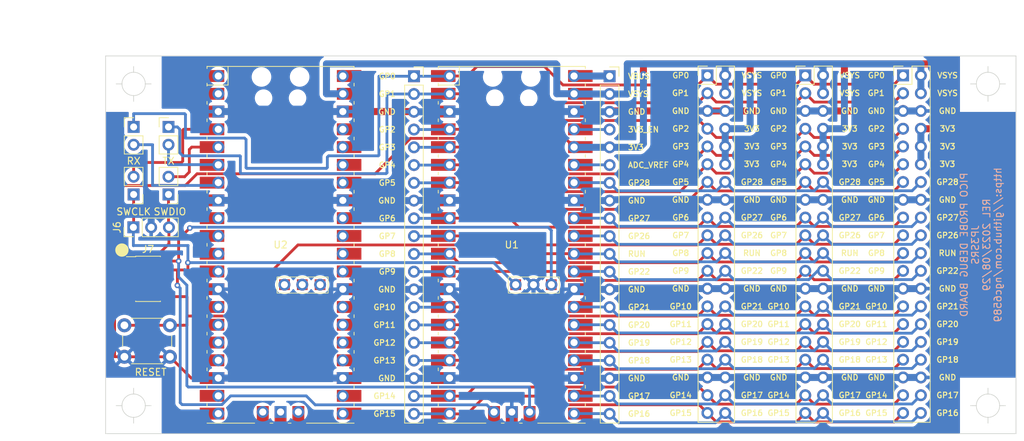
<source format=kicad_pcb>
(kicad_pcb (version 20221018) (generator pcbnew)
  (layers (0 "F.Cu" signal) (31 "B.Cu" signal) (34 "B.Paste" user) (35 "F.Paste" user) (36 "B.SilkS" user "B.Silkscreen") (37 "F.SilkS" user "F.Silkscreen") (38 "B.Mask" user) (39 "F.Mask" user) (44 "Edge.Cuts" user))
  (net 0 "")
  (net 1 "/GP0")
  (net 2 "/GP1")
  (net 3 "GND")
  (net 4 "/GP2")
  (net 5 "/GP3")
  (net 6 "/GP4")
  (net 7 "/GP5")
  (net 8 "/GP6")
  (net 9 "/GP7")
  (net 10 "/GP8")
  (net 11 "/GP9")
  (net 12 "/GP10")
  (net 13 "/GP11")
  (net 14 "/GP12")
  (net 15 "/GP13")
  (net 16 "/GP14")
  (net 17 "/GP15")
  (net 18 "/GP16")
  (net 19 "/GP17")
  (net 20 "/GP18")
  (net 21 "/GP19")
  (net 22 "/GP20")
  (net 23 "/GP21")
  (net 24 "/GP22")
  (net 25 "/3V3")
  (net 26 "/GP26")
  (net 27 "/GP27")
  (net 28 "/GP28")
  (net 29 "/3V3_EN")
  (net 30 "/ADC_VREF")
  (net 31 "/RUN")
  (net 32 "Net-(J6-Pin_1)")
  (net 33 "Net-(J6-Pin_3)")
  (net 34 "Net-(JP1-B)")
  (net 35 "Net-(JP2-B)")
  (net 36 "Net-(JP3-B)")
  (net 37 "Net-(JP4-B)")
  (net 64 "/VBUS")
  (net 65 "/VSYS")
  (footprint "MountingHole:MountingHole_3.2mm_M3" (layer "F.Cu") (at 73 59)
    (fp_text reference "H2" hide)
    (fp_text value "MountingHole")
  )
  (footprint "Connector_PinHeader_2.54mm:PinHeader_1x02_P2.54mm_Vertical" (layer "F.Cu") (at 73 74.803 180)
    (fp_text reference "JP3" hide)
    (fp_text value "SWCLK")
  )
  (footprint "Connector_PinHeader_1.27mm:PinHeader_2x05_P1.27mm_Vertical_SMD" (layer "F.Cu") (at 75.057 86.868)
    (fp_text reference "J7")
    (fp_text value "9-pin Cortex-M")
  )
  (footprint "_LocalLibraries:leftHeader" (layer "F.Cu") (at 113.03 57.9)
    (fp_text reference "J4" hide)
    (fp_text value "Conn_01x20")
  )
  (footprint "Connector_PinHeader_2.54mm:PinHeader_1x02_P2.54mm_Vertical" (layer "F.Cu") (at 77.978 65.151)
    (fp_text reference "JP1" hide)
    (fp_text value "TX")
  )
  (footprint "_LocalLibraries:dualHeader" (layer "F.Cu") (at 182.875 57.785)
    (fp_text reference "J1" hide)
    (fp_text value "EXT1")
  )
  (footprint "_LocalLibraries:RPi_Pico_SMD_TH" (layer "F.Cu") (at 127 82)
    (fp_text reference "U1")
    (fp_text value "Pico")
  )
  (footprint "Connector_PinHeader_2.54mm:PinHeader_1x02_P2.54mm_Vertical" (layer "F.Cu") (at 77.978 74.803 180)
    (fp_text reference "JP4" hide)
    (fp_text value "SWDIO")
  )
  (footprint "Button_Switch_THT:SW_PUSH_6mm" (layer "F.Cu") (at 71.68 93.508)
    (fp_text reference "SW1" hide)
    (fp_text value "RESET")
  )
  (footprint "_LocalLibraries:dualHeader" (layer "F.Cu") (at 168.91 57.785)
    (fp_text reference "J2" hide)
    (fp_text value "EXT1")
  )
  (footprint "MountingHole:MountingHole_3.2mm_M3" (layer "F.Cu") (at 195 105)
    (fp_text reference "H4" hide)
    (fp_text value "MountingHole")
  )
  (footprint "Connector_PinHeader_2.54mm:PinHeader_1x03_P2.54mm_Vertical" (layer "F.Cu") (at 72.96 79.502 90)
    (fp_text reference "J6")
    (fp_text value "Conn_01x03_Pin")
  )
  (footprint "_LocalLibraries:dualHeader" (layer "F.Cu") (at 154.935 57.785)
    (fp_text reference "J3" hide)
    (fp_text value "EXT1")
  )
  (footprint "Connector_PinHeader_2.54mm:PinHeader_1x02_P2.54mm_Vertical" (layer "F.Cu") (at 73 65.151)
    (fp_text reference "JP2" hide)
    (fp_text value "RX")
  )
  (footprint "_LocalLibraries:rightHeader" (layer "F.Cu") (at 140.97 57.9)
    (fp_text reference "J5" hide)
    (fp_text value "Conn_01x20")
  )
  (footprint "MountingHole:MountingHole_3.2mm_M3" (layer "F.Cu") (at 195 59)
    (fp_text reference "H1" hide)
    (fp_text value "MountingHole")
  )
  (footprint "_LocalLibraries:RPi_Pico_SMD_TH" (layer "F.Cu") (at 93.98 82)
    (fp_text reference "U2")
    (fp_text value "Pico")
  )
  (footprint "MountingHole:MountingHole_3.2mm_M3" (layer "F.Cu") (at 73 105)
    (fp_text reference "H3" hide)
    (fp_text value "MountingHole")
  )
  (gr_circle (center 71.325 82.75) (end 72.2 82.75) (stroke (width 0.15)) (fill solid) (layer "F.SilkS"))
  (gr_line (start 199 55) (end 69 55) (stroke (width 0.1)) (layer "Edge.Cuts"))
  (gr_line (start 69 109) (end 199 109) (stroke (width 0.1)) (layer "Edge.Cuts"))
  (gr_line (start 69 55) (end 69 109) (stroke (width 0.1)) (layer "Edge.Cuts"))
  (gr_line (start 199 109) (end 199 55) (stroke (width 0.1)) (layer "Edge.Cuts"))
  (gr_text "PICO PROBE DEBUG BOARD\nJP3SRS\nREL 2023/08/29\nhttps://github.com/ngc6589" (at 194 82 90) (layer "B.SilkS") (effects (font (size 1 1)) (justify mirror)))
  (target plus (at 73 105) (size 5) (width 0.1) (layer "Edge.Cuts"))
  (target plus (at 195 59) (size 5) (width 0.1) (layer "Edge.Cuts"))
  (target plus (at 73 59) (size 5) (width 0.1) (layer "Edge.Cuts"))
  (target plus (at 195 105) (size 5) (width 0.1) (layer "Edge.Cuts"))
  (segment (start 153.57 59.15) (end 134.3086 59.15) (width 0.4) (layer "F.Cu") (net 1))
  (segment (start 154.935 57.785) (end 153.57 59.15) (width 0.4) (layer "F.Cu") (net 1))
  (segment (start 170.16 59.035) (end 181.625 59.035) (width 0.4) (layer "F.Cu") (net 1))
  (segment (start 167.66 59.035) (end 168.91 57.785) (width 0.4) (layer "F.Cu") (net 1))
  (segment (start 156.185 59.035) (end 167.66 59.035) (width 0.4) (layer "F.Cu") (net 1))
  (segment (start 122.0138 56.515) (end 120.6588 57.87) (width 0.4) (layer "F.Cu") (net 1))
  (segment (start 131.6736 56.515) (end 122.0138 56.515) (width 0.4) (layer "F.Cu") (net 1))
  (segment (start 154.935 57.785) (end 156.185 59.035) (width 0.4) (layer "F.Cu") (net 1))
  (segment (start 120.6588 57.87) (end 118.11 57.87) (width 0.4) (layer "F.Cu") (net 1))
  (segment (start 168.91 57.785) (end 170.16 59.035) (width 0.4) (layer "F.Cu") (net 1))
  (segment (start 134.3086 59.15) (end 131.6736 56.515) (width 0.4) (layer "F.Cu") (net 1))
  (segment (start 181.625 59.035) (end 182.875 57.785) (width 0.4) (layer "F.Cu") (net 1))
  (segment (start 113.03 57.9) (end 118.08 57.9) (width 0.4) (layer "B.Cu") (net 1))
  (segment (start 73 65.151) (end 73 63.271) (width 0.4) (layer "B.Cu") (net 1))
  (segment (start 100.6602 70.9422) (end 100.6602 69.469) (width 0.4) (layer "B.Cu") (net 1))
  (segment (start 100.5332 71.0692) (end 100.6602 70.9422) (width 0.4) (layer "B.Cu") (net 1))
  (segment (start 80.415528 66.74) (end 88.838 66.74) (width 0.4) (layer "B.Cu") (net 1))
  (segment (start 108.0636 57.9) (end 113.03 57.9) (width 0.4) (layer "B.Cu") (net 1))
  (segment (start 88.838 66.74) (end 89.0524 66.9544) (width 0.4) (layer "B.Cu") (net 1))
  (segment (start 73.025 63.246) (end 80.271 63.246) (width 0.4) (layer "B.Cu") (net 1))
  (segment (start 108.0262 69.1896) (end 108.0262 57.9374) (width 0.4) (layer "B.Cu") (net 1))
  (segment (start 107.9358 69.28) (end 108.0262 69.1896) (width 0.4) (layer "B.Cu") (net 1))
  (segment (start 89.154 71.0692) (end 100.5332 71.0692) (width 0.4) (layer "B.Cu") (net 1))
  (segment (start 89.0524 66.9544) (end 89.0524 70.9676) (width 0.4) (layer "B.Cu") (net 1))
  (segment (start 80.271 63.246) (end 80.4 63.375) (width 0.4) (layer "B.Cu") (net 1))
  (segment (start 80.4 63.375) (end 80.4 66.724472) (width 0.4) (layer "B.Cu") (net 1))
  (segment (start 108.0262 57.9374) (end 108.0636 57.9) (width 0.4) (layer "B.Cu") (net 1))
  (segment (start 89.0524 70.9676) (end 89.154 71.0692) (width 0.4) (layer "B.Cu") (net 1))
  (segment (start 73 63.271) (end 73.025 63.246) (width 0.4) (layer "B.Cu") (net 1))
  (segment (start 80.4 66.724472) (end 80.415528 66.74) (width 0.4) (layer "B.Cu") (net 1))
  (segment (start 100.8492 69.28) (end 107.9358 69.28) (width 0.4) (layer "B.Cu") (net 1))
  (segment (start 118.08 57.9) (end 118.11 57.87) (width 0.4) (layer "B.Cu") (net 1))
  (segment (start 100.6602 69.469) (end 100.8492 69.28) (width 0.4) (layer "B.Cu") (net 1))
  (segment (start 170.18 61.595) (end 181.61 61.595) (width 0.4) (layer "F.Cu") (net 2))
  (segment (start 156.205 61.595) (end 167.64 61.595) (width 0.4) (layer "F.Cu") (net 2))
  (segment (start 122.4534 62.3824) (end 120.481 60.41) (width 0.4) (layer "F.Cu") (net 2))
  (segment (start 154.935 60.325) (end 156.205 61.595) (width 0.4) (layer "F.Cu") (net 2))
  (segment (start 153.57 61.69) (end 132.3914 61.69) (width 0.4) (layer "F.Cu") (net 2))
  (segment (start 154.935 60.325) (end 153.57 61.69) (width 0.4) (layer "F.Cu") (net 2))
  (segment (start 131.699 62.3824) (end 122.4534 62.3824) (width 0.4) (layer "F.Cu") (net 2))
  (segment (start 182.875 60.325) (end 181.61 61.59) (width 0.4) (layer "F.Cu") (net 2))
  (segment (start 168.91 60.325) (end 170.18 61.595) (width 0.4) (layer "F.Cu") (net 2))
  (segment (start 120.481 60.41) (end 118.11 60.41) (width 0.4) (layer "F.Cu") (net 2))
  (segment (start 181.61 61.59) (end 181.61 61.595) (width 0.4) (layer "F.Cu") (net 2))
  (segment (start 167.64 61.595) (end 168.91 60.325) (width 0.4) (layer "F.Cu") (net 2))
  (segment (start 132.3914 61.69) (end 131.699 62.3824) (width 0.4) (layer "F.Cu") (net 2))
  (segment (start 118.08 60.44) (end 118.11 60.41) (width 0.4) (layer "B.Cu") (net 2))
  (segment (start 88.1776 69.28) (end 80.0212 69.28) (width 0.4) (layer "B.Cu") (net 2))
  (segment (start 113.03 60.44) (end 109.1826 60.44) (width 0.4) (layer "B.Cu") (net 2))
  (segment (start 88.2396 69.342) (end 88.1776 69.28) (width 0.4) (layer "B.Cu") (net 2))
  (segment (start 109.1826 60.44) (end 109.1692 60.4266) (width 0.4) (layer "B.Cu") (net 2))
  (segment (start 88.2396 71.7042) (end 88.2396 69.342) (width 0.4) (layer "B.Cu") (net 2))
  (segment (start 79.575 68.8338) (end 79.575 65.475) (width 0.4) (layer "B.Cu") (net 2))
  (segment (start 109.1946 71.6788) (end 109.0534 71.82) (width 0.4) (layer "B.Cu") (net 2))
  (segment (start 88.3554 71.82) (end 88.2396 71.7042) (width 0.4) (layer "B.Cu") (net 2))
  (segment (start 109.1692 71.6534) (end 109.1946 71.6788) (width 0.4) (layer "B.Cu") (net 2))
  (segment (start 80.0212 69.28) (end 79.575 68.8338) (width 0.4) (layer "B.Cu") (net 2))
  (segment (start 109.0534 71.82) (end 88.3554 71.82) (width 0.4) (layer "B.Cu") (net 2))
  (segment (start 113.03 60.44) (end 118.08 60.44) (width 0.4) (layer "B.Cu") (net 2))
  (segment (start 109.1692 60.4266) (end 109.1692 71.6534) (width 0.4) (layer "B.Cu") (net 2))
  (segment (start 79.251 65.151) (end 77.978 65.151) (width 0.4) (layer "B.Cu") (net 2))
  (segment (start 79.575 65.475) (end 79.251 65.151) (width 0.4) (layer "B.Cu") (net 2))
  (segment (start 70.28 97.955) (end 70.28 91.395) (width 0.4) (layer "F.Cu") (net 3))
  (segment (start 141.085 62.865) (end 140.97 62.98) (width 1) (layer "F.Cu") (net 3))
  (segment (start 70.793 86.868) (end 73.107 86.868) (width 0.4) (layer "F.Cu") (net 3))
  (segment (start 168.91 62.865) (end 157.475 62.865) (width 1) (layer "F.Cu") (net 3))
  (segment (start 102.87 62.95) (end 113 62.95) (width 1) (layer "F.Cu") (net 3))
  (segment (start 113 62.95) (end 113.03 62.98) (width 1) (layer "F.Cu") (net 3))
  (segment (start 71.68 98.008) (end 71.672 98) (width 0.4) (layer "F.Cu") (net 3))
  (segment (start 70.325 98) (end 70.28 97.955) (width 0.4) (layer "F.Cu") (net 3))
  (segment (start 70.75 86.825) (end 70.75 90.925) (width 0.4) (layer "F.Cu") (net 3))
  (segment (start 154.935 62.865) (end 141.085 62.865) (width 1) (layer "F.Cu") (net 3))
  (segment (start 70.28 91.395) (end 70.75 90.925) (width 0.4) (layer "F.Cu") (net 3))
  (segment (start 71.68 98.008) (end 78.18 98.008) (width 0.4) (layer "F.Cu") (net 3))
  (segment (start 70.752 85.598) (end 70.75 85.6) (width 0.4) (layer "F.Cu") (net 3))
  (segment (start 182.875 62.865) (end 171.45 62.865) (width 1) (layer "F.Cu") (net 3))
  (segment (start 70.75 86.825) (end 70.793 86.868) (width 0.4) (layer "F.Cu") (net 3))
  (segment (start 157.475 62.865) (end 154.935 62.865) (width 1) (layer "F.Cu") (net 3))
  (segment (start 70.75 85.6) (end 70.75 86.825) (width 0.4) (layer "F.Cu") (net 3))
  (segment (start 73.107 85.598) (end 70.752 85.598) (width 0.4) (layer "F.Cu") (net 3))
  (segment (start 78.18 98.008) (end 81.222 101.05) (width 0.4) (layer "F.Cu") (net 3))
  (segment (start 81.222 101.05) (end 85.09 101.05) (width 0.4) (layer "F.Cu") (net 3))
  (segment (start 71.672 98) (end 70.325 98) (width 0.4) (layer "F.Cu") (net 3))
  (segment (start 185.415 88.265) (end 182.875 88.265) (width 1) (layer "B.Cu") (net 3))
  (segment (start 168.91 75.565) (end 157.475 75.565) (width 1) (layer "B.Cu") (net 3))
  (segment (start 81.925 75.65) (end 80.5 77.075) (width 1) (layer "B.Cu") (net 3))
  (segment (start 134.59 89.65) (end 130.1 89.65) (width 1) (layer "B.Cu") (net 3))
  (segment (start 102.87 75.65) (end 85.09 75.65) (width 1) (layer "B.Cu") (net 3))
  (segment (start 154.935 62.865) (end 152.965 62.865) (width 1) (layer "B.Cu") (net 3))
  (segment (start 122.7582 62.6618) (end 133.1214 62.6618) (width 1) (layer "B.Cu") (net 3))
  (segment (start 130.1 87.7) (end 130.1 89.65) (width 0.6) (layer "B.Cu") (net 3))
  (segment (start 182.875 100.965) (end 171.45 100.965) (width 1) (layer "B.Cu") (net 3))
  (segment (start 113.03 101.08) (end 118.08 101.08) (width 1) (layer "B.Cu") (net 3))
  (segment (start 185.415 62.865) (end 182.875 62.865) (width 1) (layer "B.Cu") (net 3))
  (segment (start 154.935 100.965) (end 141.085 100.965) (width 1) (layer "B.Cu") (net 3))
  (segment (start 143.13 62.98) (end 143.15 63) (width 1) (layer "B.Cu") (net 3))
  (segment (start 113.03 101.08) (end 102.9 101.08) (width 1) (layer "B.Cu") (net 3))
  (segment (start 135.89 75.65) (end 118.11 75.65) (width 1) (layer "B.Cu") (net 3))
  (segment (start 182.875 88.265) (end 171.45 88.265) (width 1) (layer "B.Cu") (net 3))
  (segment (start 102.87 101.05) (end 85.09 101.05) (width 1) (layer "B.Cu") (net 3))
  (segment (start 132 107.85) (end 132 101.05) (width 0.6) (layer "B.Cu") (net 3))
  (segment (start 140.97 62.98) (end 143.13 62.98) (width 1) (layer "B.Cu") (net 3))
  (segment (start 157.475 100.965) (end 154.935 100.965) (width 1) (layer "B.Cu") (net 3))
  (segment (start 118.11 101.05) (end 132 101.05) (width 1) (layer "B.Cu") (net 3))
  (segment (start 113.06 75.65) (end 113.03 75.68) (width 1) (layer "B.Cu") (net 3))
  (segment (start 113.06 88.35) (end 113.03 88.38) (width 1) (layer "B.Cu") (net 3))
  (segment (start 182.875 62.865) (end 180.265 62.865) (width 1) (layer "B.Cu") (net 3))
  (segment (start 119.41 89.65) (end 118.11 88.35) (width 1) (layer "B.Cu") (net 3))
  (segment (start 130.1 89.65) (end 119.41 89.65) (width 1) (layer "B.Cu") (net 3))
  (segment (start 135.92 62.98) (end 135.89 62.95) (width 1) (layer "B.Cu") (net 3))
  (segment (start 113.03 75.68) (end 102.9 75.68) (width 1) (layer "B.Cu") (net 3))
  (segment (start 154.935 75.565) (end 141.085 75.565) (width 1) (layer "B.Cu") (net 3))
  (segment (start 87.9094 62.611) (end 87.5704 62.95) (width 1) (layer "B.Cu") (net 3))
  (segment (start 101.52 89.7) (end 86.44 89.7) (width 1) (layer "B.Cu") (net 3))
  (segment (start 127.05 107.85) (end 132 107.85) (width 0.6) (layer "B.Cu") (net 3))
  (segment (start 102.87 62.95) (end 97.5702 62.95) (width 1) (layer "B.Cu") (net 3))
  (segment (start 102.9 101.08) (end 102.87 101.05) (width 1) (layer "B.Cu") (net 3))
  (segment (start 127 107.8) (end 127.05 107.85) (width 0.6) (layer "B.Cu") (net 3))
  (segment (start 133.4096 62.95) (end 135.89 62.95) (width 1) (layer "B.Cu") (net 3))
  (segment (start 118.08 62.98) (end 118.11 62.95) (width 1) (layer "B.Cu") (net 3))
  (segment (start 171.45 100.965) (end 168.91 100.965) (width 1) (layer "B.Cu") (net 3))
  (segment (start 75.5 77.175) (end 75.5 79.502) (width 1) (layer "B.Cu") (net 3))
  (segment (start 97.5702 62.95) (end 97.2312 62.611) (width 1) (layer "B.Cu") (net 3))
  (segment (start 87.5704 62.95) (end 85.09 62.95) (width 1) (layer "B.Cu") (net 3))
  (segment (start 172.885 62.865) (end 172.9 62.85) (width 1) (layer "B.Cu") (net 3))
  (segment (start 75.575 79.427) (end 75.5 79.502) (width 0.4) (layer "B.Cu") (net 3))
  (segment (start 182.875 75.565) (end 171.45 75.565) (width 1) (layer "B.Cu") (net 3))
  (segment (start 135.92 101.08) (end 135.89 101.05) (width 1) (layer "B.Cu") (net 3))
  (segment (start 102.9 75.68) (end 102.87 75.65) (width 1) (layer "B.Cu") (net 3))
  (segment (start 159.035 62.865) (end 159.05 62.85) (width 1) (layer "B.Cu") (net 3))
  (segment (start 75.6 77.075) (end 75.5 77.175) (width 1) (layer "B.Cu") (net 3))
  (segment (start 102.87 88.35) (end 101.52 89.7) (width 1) (layer "B.Cu") (net 3))
  (segment (start 102.9 88.38) (end 102.87 88.35) (width 1) (layer "B.Cu") (net 3))
  (segment (start 127 105.9) (end 127 107.8) (width 0.6) (layer "B.Cu") (net 3))
  (segment (start 118.11 88.35) (end 113.06 88.35) (width 1) (layer "B.Cu") (net 3))
  (segment (start 80.5 77.075) (end 75.6 77.075) (width 1) (layer "B.Cu") (net 3))
  (segment (start 97.2312 62.611) (end 87.9094 62.611) (width 1) (layer "B.Cu") (net 3))
  (segment (start 140.97 88.38) (end 135.92 88.38) (width 1) (layer "B.Cu") (net 3))
  (segment (start 185.415 75.565) (end 182.875 75.565) (width 1) (layer "B.Cu") (net 3))
  (segment (start 113.03 88.38) (end 102.9 88.38) (width 1) (layer "B.Cu") (net 3))
  (segment (start 86.44 89.7) (end 85.09 88.35) (width 1) (layer "B.Cu") (net 3))
  (segment (start 140.97 75.68) (end 135.92 75.68) (width 1) (layer "B.Cu") (net 3))
  (segment (start 168.91 100.965) (end 157.475 100.965) (width 1) (layer "B.Cu") (net 3))
  (segment (start 157.475 75.565) (end 154.935 75.565) (width 1) (layer "B.Cu") (net 3))
  (segment (start 171.45 62.865) (end 172.885 62.865) (width 1) (layer "B.Cu") (net 3))
  (segment (start 154.935 88.265) (end 141.085 88.265) (width 1) (layer "B.Cu") (net 3))
  (segment (start 141.085 88.265) (end 140.97 88.38) (width 1) (layer "B.Cu") (net 3))
  (segment (start 185.415 100.965) (end 182.875 100.965) (width 1) (layer "B.Cu") (net 3))
  (segment (start 85.09 75.65) (end 81.925 75.65) (width 1) (layer "B.Cu") (net 3))
  (segment (start 118.08 101.08) (end 118.11 101.05) (width 1) (layer "B.Cu") (net 3))
  (segment (start 168.91 62.865) (end 167.165 62.865) (width 1) (layer "B.Cu") (net 3))
  (segment (start 118.11 75.65) (end 113.06 75.65) (width 1) (layer "B.Cu") (net 3))
  (segment (start 135.89 88.35) (end 134.59 89.65) (width 1) (layer "B.Cu") (net 3))
  (segment (start 180.265 62.865) (end 180.25 62.85) (width 1) (layer "B.Cu") (net 3))
  (segment (start 122.47 62.95) (end 122.7582 62.6618) (width 1) (layer "B.Cu") (net 3))
  (segment (start 113.03 62.98) (end 118.08 62.98) (width 1) (layer "B.Cu") (net 3))
  (segment (start 132 101.05) (end 135.89 101.05) (width 1) (layer "B.Cu") (net 3))
  (segment (start 171.45 62.865) (end 168.91 62.865) (width 1) (layer "B.Cu") (net 3))
  (segment (start 133.1214 62.6618) (end 133.4096 62.95) (width 1) (layer "B.Cu") (net 3))
  (segment (start 140.97 101.08) (end 135.92 101.08) (width 1) (layer "B.Cu") (net 3))
  (segment (start 167.165 62.865) (end 167.15 62.85) (width 1) (layer "B.Cu") (net 3))
  (segment (start 157.475 88.265) (end 154.935 88.265) (width 1) (layer "B.Cu") (net 3))
  (segment (start 135.92 88.38) (end 135.89 88.35) (width 1) (layer "B.Cu") (net 3))
  (segment (start 140.97 62.98) (end 135.92 62.98) (width 1) (layer "B.Cu") (net 3))
  (segment (start 135.92 75.68) (end 135.89 75.65) (width 1) (layer "B.Cu") (net 3))
  (segment (start 157.475 62.865) (end 159.035 62.865) (width 1) (layer "B.Cu") (net 3))
  (segment (start 141.085 100.965) (end 140.97 101.08) (width 1) (layer "B.Cu") (net 3))
  (segment (start 118.11 62.95) (end 122.47 62.95) (width 1) (layer "B.Cu") (net 3))
  (segment (start 152.965 62.865) (end 152.95 62.85) (width 1) (layer "B.Cu") (net 3))
  (segment (start 171.45 75.565) (end 168.91 75.565) (width 1) (layer "B.Cu") (net 3))
  (segment (start 171.45 88.265) (end 168.91 88.265) (width 1) (layer "B.Cu") (net 3))
  (segment (start 168.91 88.265) (end 157.475 88.265) (width 1) (layer "B.Cu") (net 3))
  (segment (start 168.91 65.405) (end 170.16 66.655) (width 0.4) (layer "F.Cu") (net 4))
  (segment (start 153.76 64.23) (end 132.81 64.23) (width 0.4) (layer "F.Cu") (net 4))
  (segment (start 181.625 66.655) (end 182.875 65.405) (width 0.4) (layer "F.Cu") (net 4))
  (segment (start 122.463 62.9824) (end 119.9554 65.49) (width 0.4) (layer "F.Cu") (net 4))
  (segment (start 156.185 66.655) (end 167.66 66.655) (width 0.4) (layer "F.Cu") (net 4))
  (segment (start 170.16 66.655) (end 181.625 66.655) (width 0.4) (layer "F.Cu") (net 4))
  (segment (start 167.66 66.655) (end 168.91 65.405) (width 0.4) (layer "F.Cu") (net 4))
  (segment (start 132.81 64.23) (end 131.5624 62.9824) (width 0.4) (layer "F.Cu") (net 4))
  (segment (start 119.9554 65.49) (end 118.11 65.49) (width 0.4) (layer "F.Cu") (net 4))
  (segment (start 154.935 65.405) (end 153.76 64.23) (width 0.4) (layer "F.Cu") (net 4))
  (segment (start 131.5624 62.9824) (end 122.463 62.9824) (width 0.4) (layer "F.Cu") (net 4))
  (segment (start 154.935 65.405) (end 156.185 66.655) (width 0.4) (layer "F.Cu") (net 4))
  (segment (start 113.03 65.52) (end 118.08 65.52) (width 0.4) (layer "B.Cu") (net 4))
  (segment (start 118.08 65.52) (end 118.11 65.49) (width 0.4) (layer "B.Cu") (net 4))
  (segment (start 119.6506 68.03) (end 118.11 68.03) (width 0.4) (layer "F.Cu") (net 5))
  (segment (start 123.4982 71.86) (end 119.6594 68.0212) (width 0.4) (layer "F.Cu") (net 5))
  (segment (start 181.605 69.215) (end 182.875 67.945) (width 0.4) (layer "F.Cu") (net 5))
  (segment (start 154.935 67.945) (end 151.02 71.86) (width 0.4) (layer "F.Cu") (net 5))
  (segment (start 151.02 71.86) (end 123.4982 71.86) (width 0.4) (layer "F.Cu") (net 5))
  (segment (start 119.6594 68.0212) (end 119.6506 68.03) (width 0.4) (layer "F.Cu") (net 5))
  (segment (start 154.935 67.945) (end 156.205 69.215) (width 0.4) (layer "F.Cu") (net 5))
  (segment (start 156.205 69.215) (end 167.64 69.215) (width 0.4) (layer "F.Cu") (net 5))
  (segment (start 168.91 67.945) (end 170.18 69.215) (width 0.4) (layer "F.Cu") (net 5))
  (segment (start 167.64 69.215) (end 168.91 67.945) (width 0.4) (layer "F.Cu") (net 5))
  (segment (start 170.18 69.215) (end 181.605 69.215) (width 0.4) (layer "F.Cu") (net 5))
  (segment (start 113.03 68.06) (end 118.08 68.06) (width 0.4) (layer "B.Cu") (net 5))
  (segment (start 118.08 68.06) (end 118.11 68.03) (width 0.4) (layer "B.Cu") (net 5))
  (segment (start 119.7698 70.57) (end 118.11 70.57) (width 0.4) (layer "F.Cu") (net 6))
  (segment (start 168.91 70.485) (end 170.18 71.755) (width 0.4) (layer "F.Cu") (net 6))
  (segment (start 154.935 70.485) (end 151.02 74.4) (width 0.4) (layer "F.Cu") (net 6))
  (segment (start 156.205 71.755) (end 167.64 71.755) (width 0.4) (layer "F.Cu") (net 6))
  (segment (start 170.18 71.755) (end 181.605 71.755) (width 0.4) (layer "F.Cu") (net 6))
  (segment (start 123.5998 74.4) (end 119.7698 70.57) (width 0.4) (layer "F.Cu") (net 6))
  (segment (start 181.605 71.755) (end 182.875 70.485) (width 0.4) (layer "F.Cu") (net 6))
  (segment (start 151.02 74.4) (end 123.5998 74.4) (width 0.4) (layer "F.Cu") (net 6))
  (segment (start 167.64 71.755) (end 168.91 70.485) (width 0.4) (layer "F.Cu") (net 6))
  (segment (start 154.935 70.485) (end 156.205 71.755) (width 0.4) (layer "F.Cu") (net 6))
  (segment (start 113.03 70.6) (end 118.08 70.6) (width 0.4) (layer "B.Cu") (net 6))
  (segment (start 118.08 70.6) (end 118.11 70.57) (width 0.4) (layer "B.Cu") (net 6))
  (segment (start 170.18 74.295) (end 181.61 74.295) (width 0.4) (layer "F.Cu") (net 7))
  (segment (start 182.875 73.025) (end 181.61 74.29) (width 0.4) (layer "F.Cu") (net 7))
  (segment (start 154.935 73.025) (end 151.03 76.93) (width 0.4) (layer "F.Cu") (net 7))
  (segment (start 167.64 74.295) (end 168.91 73.025) (width 0.4) (layer "F.Cu") (net 7))
  (segment (start 119.9222 73.11) (end 118.11 73.11) (width 0.4) (layer "F.Cu") (net 7))
  (segment (start 181.61 74.29) (end 181.61 74.295) (width 0.4) (layer "F.Cu") (net 7))
  (segment (start 156.205 74.295) (end 167.64 74.295) (width 0.4) (layer "F.Cu") (net 7))
  (segment (start 123.7422 76.93) (end 119.9222 73.11) (width 0.4) (layer "F.Cu") (net 7))
  (segment (start 151.03 76.93) (end 123.7422 76.93) (width 0.4) (layer "F.Cu") (net 7))
  (segment (start 154.935 73.025) (end 156.205 74.295) (width 0.4) (layer "F.Cu") (net 7))
  (segment (start 168.91 73.025) (end 170.18 74.295) (width 0.4) (layer "F.Cu") (net 7))
  (segment (start 118.08 73.14) (end 118.11 73.11) (width 0.4) (layer "B.Cu") (net 7))
  (segment (start 113.03 73.14) (end 118.08 73.14) (width 0.4) (layer "B.Cu") (net 7))
  (segment (start 156.205 79.375) (end 167.64 79.375) (width 0.4) (layer "F.Cu") (net 8))
  (segment (start 154.935 78.105) (end 153.57 79.47) (width 0.4) (layer "F.Cu") (net 8))
  (segment (start 170.18 79.375) (end 181.605 79.375) (width 0.4) (layer "F.Cu") (net 8))
  (segment (start 127.984 79.47) (end 126.704 78.19) (width 0.4) (layer "F.Cu") (net 8))
  (segment (start 126.704 78.19) (end 118.11 78.19) (width 0.4) (layer "F.Cu") (net 8))
  (segment (start 153.57 79.47) (end 127.984 79.47) (width 0.4) (layer "F.Cu") (net 8))
  (segment (start 168.91 78.105) (end 170.18 79.375) (width 0.4) (layer "F.Cu") (net 8))
  (segment (start 167.64 79.375) (end 168.91 78.105) (width 0.4) (layer "F.Cu") (net 8))
  (segment (start 154.935 78.105) (end 156.205 79.375) (width 0.4) (layer "F.Cu") (net 8))
  (segment (start 181.605 79.375) (end 182.875 78.105) (width 0.4) (layer "F.Cu") (net 8))
  (segment (start 113.03 78.22) (end 118.08 78.22) (width 0.4) (layer "B.Cu") (net 8))
  (segment (start 118.08 78.22) (end 118.11 78.19) (width 0.4) (layer "B.Cu") (net 8))
  (segment (start 154.935 80.645) (end 153.57 82.01) (width 0.4) (layer "F.Cu") (net 9))
  (segment (start 153.57 82.01) (end 128.238 82.01) (width 0.4) (layer "F.Cu") (net 9))
  (segment (start 126.958 80.73) (end 118.11 80.73) (width 0.4) (layer "F.Cu") (net 9))
  (segment (start 170.18 81.915) (end 181.605 81.915) (width 0.4) (layer "F.Cu") (net 9))
  (segment (start 181.605 81.915) (end 182.875 80.645) (width 0.4) (layer "F.Cu") (net 9))
  (segment (start 154.935 80.645) (end 156.205 81.915) (width 0.4) (layer "F.Cu") (net 9))
  (segment (start 156.205 81.915) (end 167.64 81.915) (width 0.4) (layer "F.Cu") (net 9))
  (segment (start 128.238 82.01) (end 126.958 80.73) (width 0.4) (layer "F.Cu") (net 9))
  (segment (start 168.91 80.645) (end 170.18 81.915) (width 0.4) (layer "F.Cu") (net 9))
  (segment (start 167.64 81.915) (end 168.91 80.645) (width 0.4) (layer "F.Cu") (net 9))
  (segment (start 113.03 80.76) (end 118.08 80.76) (width 0.4) (layer "B.Cu") (net 9))
  (segment (start 118.08 80.76) (end 118.11 80.73) (width 0.4) (layer "B.Cu") (net 9))
  (segment (start 154.935 83.185) (end 153.57 84.55) (width 0.4) (layer "F.Cu") (net 10))
  (segment (start 156.205 84.455) (end 167.64 84.455) (width 0.4) (layer "F.Cu") (net 10))
  (segment (start 154.935 83.185) (end 156.205 84.455) (width 0.4) (layer "F.Cu") (net 10))
  (segment (start 167.64 84.455) (end 168.91 83.185) (width 0.4) (layer "F.Cu") (net 10))
  (segment (start 119.39 84.55) (end 118.11 83.27) (width 0.4) (layer "F.Cu") (net 10))
  (segment (start 170.18 84.455) (end 181.605 84.455) (width 0.4) (layer "F.Cu") (net 10))
  (segment (start 168.91 83.185) (end 170.18 84.455) (width 0.4) (layer "F.Cu") (net 10))
  (segment (start 153.57 84.55) (end 119.39 84.55) (width 0.4) (layer "F.Cu") (net 10))
  (segment (start 181.605 84.455) (end 182.875 83.185) (width 0.4) (layer "F.Cu") (net 10))
  (segment (start 118.08 83.3) (end 118.11 83.27) (width 0.4) (layer "B.Cu") (net 10))
  (segment (start 113.03 83.3) (end 118.08 83.3) (width 0.4) (layer "B.Cu") (net 10))
  (segment (start 134.79 87.09) (end 133.51 85.81) (width 0.4) (layer "F.Cu") (net 11))
  (segment (start 154.935 85.725) (end 156.205 86.995) (width 0.4) (layer "F.Cu") (net 11))
  (segment (start 167.64 86.995) (end 168.91 85.725) (width 0.4) (layer "F.Cu") (net 11))
  (segment (start 154.935 85.725) (end 153.57 87.09) (width 0.4) (layer "F.Cu") (net 11))
  (segment (start 170.18 86.995) (end 181.605 86.995) (width 0.4) (layer "F.Cu") (net 11))
  (segment (start 181.605 86.995) (end 182.875 85.725) (width 0.4) (layer "F.Cu") (net 11))
  (segment (start 168.91 85.725) (end 170.18 86.995) (width 0.4) (layer "F.Cu") (net 11))
  (segment (start 153.57 87.09) (end 134.79 87.09) (width 0.4) (layer "F.Cu") (net 11))
  (segment (start 133.51 85.81) (end 118.11 85.81) (width 0.4) (layer "F.Cu") (net 11))
  (segment (start 156.205 86.995) (end 167.64 86.995) (width 0.4) (layer "F.Cu") (net 11))
  (segment (start 118.08 85.84) (end 118.11 85.81) (width 0.4) (layer "B.Cu") (net 11))
  (segment (start 113.03 85.84) (end 118.08 85.84) (width 0.4) (layer "B.Cu") (net 11))
  (segment (start 153.56 92.18) (end 128.248 92.18) (width 0.4) (layer "F.Cu") (net 12))
  (segment (start 167.64 92.075) (end 168.91 90.805) (width 0.4) (layer "F.Cu") (net 12))
  (segment (start 126.958 90.89) (end 118.11 90.89) (width 0.4) (layer "F.Cu") (net 12))
  (segment (start 181.605 92.075) (end 182.875 90.805) (width 0.4) (layer "F.Cu") (net 12))
  (segment (start 168.91 90.805) (end 170.18 92.075) (width 0.4) (layer "F.Cu") (net 12))
  (segment (start 170.18 92.075) (end 181.605 92.075) (width 0.4) (layer "F.Cu") (net 12))
  (segment (start 154.935 90.805) (end 156.205 92.075) (width 0.4) (layer "F.Cu") (net 12))
  (segment (start 156.205 92.075) (end 167.64 92.075) (width 0.4) (layer "F.Cu") (net 12))
  (segment (start 154.935 90.805) (end 153.56 92.18) (width 0.4) (layer "F.Cu") (net 12))
  (segment (start 128.248 92.18) (end 126.958 90.89) (width 0.4) (layer "F.Cu") (net 12))
  (segment (start 113.03 90.92) (end 118.08 90.92) (width 0.4) (layer "B.Cu") (net 12))
  (segment (start 118.08 90.92) (end 118.11 90.89) (width 0.4) (layer "B.Cu") (net 12))
  (segment (start 181.605 94.615) (end 182.875 93.345) (width 0.4) (layer "F.Cu") (net 13))
  (segment (start 168.91 93.345) (end 170.18 94.615) (width 0.4) (layer "F.Cu") (net 13))
  (segment (start 153.57 94.71) (end 128.238 94.71) (width 0.4) (layer "F.Cu") (net 13))
  (segment (start 170.18 94.615) (end 181.605 94.615) (width 0.4) (layer "F.Cu") (net 13))
  (segment (start 154.935 93.345) (end 156.205 94.615) (width 0.4) (layer "F.Cu") (net 13))
  (segment (start 156.205 94.615) (end 167.64 94.615) (width 0.4) (layer "F.Cu") (net 13))
  (segment (start 154.935 93.345) (end 153.57 94.71) (width 0.4) (layer "F.Cu") (net 13))
  (segment (start 167.64 94.615) (end 168.91 93.345) (width 0.4) (layer "F.Cu") (net 13))
  (segment (start 126.958 93.43) (end 118.11 93.43) (width 0.4) (layer "F.Cu") (net 13))
  (segment (start 128.238 94.71) (end 126.958 93.43) (width 0.4) (layer "F.Cu") (net 13))
  (segment (start 118.08 93.46) (end 118.11 93.43) (width 0.4) (layer "B.Cu") (net 13))
  (segment (start 113.03 93.46) (end 118.08 93.46) (width 0.4) (layer "B.Cu") (net 13))
  (segment (start 181.605 97.155) (end 182.875 95.885) (width 0.4) (layer "F.Cu") (net 14))
  (segment (start 154.935 95.885) (end 156.205 97.155) (width 0.4) (layer "F.Cu") (net 14))
  (segment (start 154.935 95.885) (end 153.57 97.25) (width 0.4) (layer "F.Cu") (net 14))
  (segment (start 153.57 97.25) (end 128.238 97.25) (width 0.4) (layer "F.Cu") (net 14))
  (segment (start 167.64 97.155) (end 168.91 95.885) (width 0.4) (layer "F.Cu") (net 14))
  (segment (start 126.958 95.97) (end 118.11 95.97) (width 0.4) (layer "F.Cu") (net 14))
  (segment (start 168.91 95.885) (end 170.18 97.155) (width 0.4) (layer "F.Cu") (net 14))
  (segment (start 170.18 97.155) (end 181.605 97.155) (width 0.4) (layer "F.Cu") (net 14))
  (segment (start 156.205 97.155) (end 167.64 97.155) (width 0.4) (layer "F.Cu") (net 14))
  (segment (start 128.238 97.25) (end 126.958 95.97) (width 0.4) (layer "F.Cu") (net 14))
  (segment (start 118.08 96) (end 118.11 95.97) (width 0.4) (layer "B.Cu") (net 14))
  (segment (start 113.03 96) (end 118.08 96) (width 0.4) (layer "B.Cu") (net 14))
  (segment (start 156.205 99.695) (end 167.64 99.695) (width 0.4) (layer "F.Cu") (net 15))
  (segment (start 154.935 98.425) (end 153.57 99.79) (width 0.4) (layer "F.Cu") (net 15))
  (segment (start 153.57 99.79) (end 128.238 99.79) (width 0.4) (layer "F.Cu") (net 15))
  (segment (start 170.18 99.695) (end 181.605 99.695) (width 0.4) (layer "F.Cu") (net 15))
  (segment (start 128.238 99.79) (end 126.958 98.51) (width 0.4) (layer "F.Cu") (net 15))
  (segment (start 154.935 98.425) (end 156.205 99.695) (width 0.4) (layer "F.Cu") (net 15))
  (segment (start 167.64 99.695) (end 168.91 98.425) (width 0.4) (layer "F.Cu") (net 15))
  (segment (start 126.958 98.51) (end 118.11 98.51) (width 0.4) (layer "F.Cu") (net 15))
  (segment (start 168.91 98.425) (end 170.18 99.695) (width 0.4) (layer "F.Cu") (net 15))
  (segment (start 181.605 99.695) (end 182.875 98.425) (width 0.4) (layer "F.Cu") (net 15))
  (segment (start 118.08 98.54) (end 118.11 98.51) (width 0.4) (layer "B.Cu") (net 15))
  (segment (start 113.03 98.54) (end 118.08 98.54) (width 0.4) (layer "B.Cu") (net 15))
  (segment (start 154.935 103.505) (end 156.205 104.775) (width 0.4) (layer "F.Cu") (net 16))
  (segment (start 120.396 103.632) (end 118.152 103.632) (width 0.4) (layer "F.Cu") (net 16))
  (segment (start 170.18 104.775) (end 181.605 104.775) (width 0.4) (layer "F.Cu") (net 16))
  (segment (start 153.76 102.33) (end 121.698 102.33) (width 0.4) (layer "F.Cu") (net 16))
  (segment (start 118.152 103.632) (end 118.11 103.59) (width 0.4) (layer "F.Cu") (net 16))
  (segment (start 156.205 104.775) (end 167.64 104.775) (width 0.4) (layer "F.Cu") (net 16))
  (segment (start 167.64 104.775) (end 168.91 103.505) (width 0.4) (layer "F.Cu") (net 16))
  (segment (start 181.605 104.775) (end 182.875 103.505) (width 0.4) (layer "F.Cu") (net 16))
  (segment (start 121.698 102.33) (end 120.396 103.632) (width 0.4) (layer "F.Cu") (net 16))
  (segment (start 154.935 103.505) (end 153.76 102.33) (width 0.4) (layer "F.Cu") (net 16))
  (segment (start 168.91 103.505) (end 170.18 104.775) (width 0.4) (layer "F.Cu") (net 16))
  (segment (start 113.03 103.62) (end 118.08 103.62) (width 0.4) (layer "B.Cu") (net 16))
  (segment (start 118.08 103.62) (end 118.11 103.59) (width 0.4) (layer "B.Cu") (net 16))
  (segment (start 181.605 107.315) (end 182.875 106.045) (width 0.4) (layer "F.Cu") (net 17))
  (segment (start 120.65 106.172) (end 118.152 106.172) (width 0.4) (layer "F.Cu") (net 17))
  (segment (start 118.152 106.172) (end 118.11 106.13) (width 0.4) (layer "F.Cu") (net 17))
  (segment (start 153.76 104.87) (end 134.87 104.87) (width 0.4) (layer "F.Cu") (net 17))
  (segment (start 156.205 107.315) (end 167.64 107.315) (width 0.4) (layer "F.Cu") (net 17))
  (segment (start 133.632 103.632) (end 123.19 103.632) (width 0.4) (layer "F.Cu") (net 17))
  (segment (start 168.91 106.045) (end 170.18 107.315) (width 0.4) (layer "F.Cu") (net 17))
  (segment (start 134.87 104.87) (end 133.632 103.632) (width 0.4) (layer "F.Cu") (net 17))
  (segment (start 170.18 107.315) (end 181.605 107.315) (width 0.4) (layer "F.Cu") (net 17))
  (segment (start 123.19 103.632) (end 120.65 106.172) (width 0.4) (layer "F.Cu") (net 17))
  (segment (start 154.935 106.045) (end 156.205 107.315) (width 0.4) (layer "F.Cu") (net 17))
  (segment (start 167.64 107.315) (end 168.91 106.045) (width 0.4) (layer "F.Cu") (net 17))
  (segment (start 154.935 106.045) (end 153.76 104.87) (width 0.4) (layer "F.Cu") (net 17))
  (segment (start 118.08 106.16) (end 118.11 106.13) (width 0.4) (layer "B.Cu") (net 17))
  (segment (start 113.03 106.16) (end 118.08 106.16) (width 0.4) (layer "B.Cu") (net 17))
  (segment (start 170.18 107.315) (end 171.45 106.045) (width 0.4) (layer "B.Cu") (net 18))
  (segment (start 172.7 107.295) (end 184.165 107.295) (width 0.4) (layer "B.Cu") (net 18))
  (segment (start 135.89 106.13) (end 140.94 106.13) (width 0.4) (layer "B.Cu") (net 18))
  (segment (start 157.475 106.045) (end 156.078 107.442) (width 0.4) (layer "B.Cu") (net 18))
  (segment (start 171.45 106.045) (end 172.7 107.295) (width 0.4) (layer "B.Cu") (net 18))
  (segment (start 142.252 107.442) (end 140.97 106.16) (width 0.4) (layer "B.Cu") (net 18))
  (segment (start 158.745 107.315) (end 170.18 107.315) (width 0.4) (layer "B.Cu") (net 18))
  (segment (start 140.94 106.13) (end 140.97 106.16) (width 0.4) (layer "B.Cu") (net 18))
  (segment (start 156.078 107.442) (end 142.252 107.442) (width 0.4) (layer "B.Cu") (net 18))
  (segment (start 157.475 106.045) (end 158.745 107.315) (width 0.4) (layer "B.Cu") (net 18))
  (segment (start 184.165 107.295) (end 185.415 106.045) (width 0.4) (layer "B.Cu") (net 18))
  (segment (start 170.2 104.755) (end 171.45 103.505) (width 0.4) (layer "B.Cu") (net 19))
  (segment (start 135.92 103.62) (end 140.97 103.62) (width 0.4) (layer "B.Cu") (net 19))
  (segment (start 184.165 104.755) (end 185.415 103.505) (width 0.4) (layer "B.Cu") (net 19))
  (segment (start 158.725 104.755) (end 170.2 104.755) (width 0.4) (layer "B.Cu") (net 19))
  (segment (start 171.45 103.505) (end 172.7 104.755) (width 0.4) (layer "B.Cu") (net 19))
  (segment (start 157.475 103.505) (end 156.225 104.755) (width 0.4) (layer "B.Cu") (net 19))
  (segment (start 135.89 103.59) (end 135.92 103.62) (width 0.4) (layer "B.Cu") (net 19))
  (segment (start 156.225 104.755) (end 142.105 104.755) (width 0.4) (layer "B.Cu") (net 19))
  (segment (start 142.105 104.755) (end 140.97 103.62) (width 0.4) (layer "B.Cu") (net 19))
  (segment (start 157.475 103.505) (end 158.725 104.755) (width 0.4) (layer "B.Cu") (net 19))
  (segment (start 172.7 104.755) (end 184.165 104.755) (width 0.4) (layer "B.Cu") (net 19))
  (segment (start 184.165 99.675) (end 185.415 98.425) (width 0.4) (layer "B.Cu") (net 20))
  (segment (start 156.185 99.715) (end 142.145 99.715) (width 0.4) (layer "B.Cu") (net 20))
  (segment (start 172.7 99.675) (end 184.165 99.675) (width 0.4) (layer "B.Cu") (net 20))
  (segment (start 171.45 98.425) (end 172.7 99.675) (width 0.4) (layer "B.Cu") (net 20))
  (segment (start 157.475 98.425) (end 158.725 99.675) (width 0.4) (layer "B.Cu") (net 20))
  (segment (start 158.725 99.675) (end 170.2 99.675) (width 0.4) (layer "B.Cu") (net 20))
  (segment (start 170.2 99.675) (end 171.45 98.425) (width 0.4) (layer "B.Cu") (net 20))
  (segment (start 135.89 98.51) (end 135.92 98.54) (width 0.4) (layer "B.Cu") (net 20))
  (segment (start 157.475 98.425) (end 156.185 99.715) (width 0.4) (layer "B.Cu") (net 20))
  (segment (start 135.92 98.54) (end 140.97 98.54) (width 0.4) (layer "B.Cu") (net 20))
  (segment (start 142.145 99.715) (end 140.97 98.54) (width 0.4) (layer "B.Cu") (net 20))
  (segment (start 172.7 97.135) (end 184.165 97.135) (width 0.4) (layer "B.Cu") (net 21))
  (segment (start 157.475 95.885) (end 158.725 97.135) (width 0.4) (layer "B.Cu") (net 21))
  (segment (start 142.145 97.175) (end 140.97 96) (width 0.4) (layer "B.Cu") (net 21))
  (segment (start 156.185 97.175) (end 142.145 97.175) (width 0.4) (layer "B.Cu") (net 21))
  (segment (start 171.45 95.885) (end 172.7 97.135) (width 0.4) (layer "B.Cu") (net 21))
  (segment (start 158.725 97.135) (end 170.2 97.135) (width 0.4) (layer "B.Cu") (net 21))
  (segment (start 135.92 96) (end 140.97 96) (width 0.4) (layer "B.Cu") (net 21))
  (segment (start 157.475 95.885) (end 156.185 97.175) (width 0.4) (layer "B.Cu") (net 21))
  (segment (start 135.89 95.97) (end 135.92 96) (width 0.4) (layer "B.Cu") (net 21))
  (segment (start 184.165 97.135) (end 185.415 95.885) (width 0.4) (layer "B.Cu") (net 21))
  (segment (start 170.2 97.135) (end 171.45 95.885) (width 0.4) (layer "B.Cu") (net 21))
  (segment (start 156.225 94.595) (end 142.105 94.595) (width 0.4) (layer "B.Cu") (net 22))
  (segment (start 171.45 93.345) (end 172.74 94.635) (width 0.4) (layer "B.Cu") (net 22))
  (segment (start 157.475 93.345) (end 158.725 94.595) (width 0.4) (layer "B.Cu") (net 22))
  (segment (start 135.89 93.43) (end 140.94 93.43) (width 0.4) (layer "B.Cu") (net 22))
  (segment (start 142.105 94.595) (end 140.97 93.46) (width 0.4) (layer "B.Cu") (net 22))
  (segment (start 140.94 93.43) (end 140.97 93.46) (width 0.4) (layer "B.Cu") (net 22))
  (segment (start 157.475 93.345) (end 156.225 94.595) (width 0.4) (layer "B.Cu") (net 22))
  (segment (start 172.74 94.635) (end 184.125 94.635) (width 0.4) (layer "B.Cu") (net 22))
  (segment (start 158.725 94.595) (end 170.2 94.595) (width 0.4) (layer "B.Cu") (net 22))
  (segment (start 170.2 94.595) (end 171.45 93.345) (width 0.4) (layer "B.Cu") (net 22))
  (segment (start 184.125 94.635) (end 185.415 93.345) (width 0.4) (layer "B.Cu") (net 22))
  (segment (start 184.165 92.055) (end 172.7 92.055) (width 0.4) (layer "B.Cu") (net 23))
  (segment (start 158.725 92.055) (end 170.2 92.055) (width 0.4) (layer "B.Cu") (net 23))
  (segment (start 172.7 92.055) (end 171.45 90.805) (width 0.4) (layer "B.Cu") (net 23))
  (segment (start 142.105 92.055) (end 140.97 90.92) (width 0.4) (layer "B.Cu") (net 23))
  (segment (start 135.89 90.89) (end 140.94 90.89) (width 0.4) (layer "B.Cu") (net 23))
  (segment (start 157.475 90.805) (end 158.725 92.055) (width 0.4) (layer "B.Cu") (net 23))
  (segment (start 185.415 90.805) (end 184.165 92.055) (width 0.4) (layer "B.Cu") (net 23))
  (segment (start 156.225 92.055) (end 142.105 92.055) (width 0.4) (layer "B.Cu") (net 23))
  (segment (start 140.94 90.89) (end 140.97 90.92) (width 0.4) (layer "B.Cu") (net 23))
  (segment (start 170.2 92.055) (end 171.45 90.805) (width 0.4) (layer "B.Cu") (net 23))
  (segment (start 157.475 90.805) (end 156.225 92.055) (width 0.4) (layer "B.Cu") (net 23))
  (segment (start 171.45 85.725) (end 170.677767 85.725) (width 0.4) (layer "B.Cu") (net 24))
  (segment (start 170.677767 85.725) (end 169.427767 86.975) (width 0.4) (layer "B.Cu") (net 24))
  (segment (start 185.415 85.725) (end 184.165 86.975) (width 0.4) (layer "B.Cu") (net 24))
  (segment (start 184.165 86.975) (end 172.7 86.975) (width 0.4) (layer "B.Cu") (net 24))
  (segment (start 169.427767 86.975) (end 158.725 86.975) (width 0.4) (layer "B.Cu") (net 24))
  (segment (start 157.475 85.725) (end 156.225 86.975) (width 0.4) (layer "B.Cu") (net 24))
  (segment (start 142.105 86.975) (end 140.97 85.84) (width 0.4) (layer "B.Cu") (net 24))
  (segment (start 140.94 85.81) (end 140.97 85.84) (width 0.4) (layer "B.Cu") (net 24))
  (segment (start 135.89 85.81) (end 140.94 85.81) (width 0.4) (layer "B.Cu") (net 24))
  (segment (start 172.7 86.975) (end 171.45 85.725) (width 0.4) (layer "B.Cu") (net 24))
  (segment (start 156.225 86.975) (end 142.105 86.975) (width 0.4) (layer "B.Cu") (net 24))
  (segment (start 158.725 86.975) (end 157.475 85.725) (width 0.4) (layer "B.Cu") (net 24))
  (segment (start 70.125 84.325) (end 70.125 73.6) (width 0.4) (layer "F.Cu") (net 25))
  (segment (start 188.341 65.405) (end 185.415 65.405) (width 1) (layer "F.Cu") (net 25))
  (segment (start 145.796 57.658) (end 145.796 56.134) (width 1) (layer "F.Cu") (net 25))
  (segment (start 80.375 73.525) (end 82.05 71.85) (width 0.4) (layer "F.Cu") (net 25))
  (segment (start 112.542233 66.78) (end 134.64 66.78) (width 0.4) (layer "F.Cu") (net 25))
  (segment (start 174.371 56.134) (end 188.214 56.134) (width 1) (layer "F.Cu") (net 25))
  (segment (start 70.2 73.525) (end 80.375 73.525) (width 0.4) (layer "F.Cu") (net 25))
  (segment (start 174.498 57.912) (end 174.498 56.261) (width 1) (layer "F.Cu") (net 25))
  (segment (start 188.341 56.261) (end 188.214 56.134) (width 1) (layer "F.Cu") (net 25))
  (segment (start 188.341 65.405) (end 188.341 56.261) (width 1) (layer "F.Cu") (net 25))
  (segment (start 73.107 84.328) (end 70.128 84.328) (width 0.4) (layer "F.Cu") (net 25))
  (segment (start 134.64 66.78) (end 135.89 68.03) (width 0.4) (layer "F.Cu") (net 25))
  (segment (start 161.036 56.261) (end 161.163 56.134) (width 1) (layer "F.Cu") (net 25))
  (segment (start 161.163 56.134) (end 174.371 56.134) (width 1) (layer "F.Cu") (net 25))
  (segment (start 161.036 57.912) (end 161.036 56.261) (width 1) (layer "F.Cu") (net 25))
  (segment (start 107.472233 71.85) (end 112.542233 66.78) (width 0.4) (layer "F.Cu") (net 25))
  (segment (start 82.05 71.85) (end 107.472233 71.85) (width 0.4) (layer "F.Cu") (net 25))
  (segment (start 145.796 56.134) (end 161.163 56.134) (width 1) (layer "F.Cu") (net 25))
  (segment (start 174.498 56.261) (end 174.371 56.134) (width 1) (layer "F.Cu") (net 25))
  (segment (start 70.125 73.6) (end 70.2 73.525) (width 0.4) (layer "F.Cu") (net 25))
  (segment (start 70.128 84.328) (end 70.125 84.325) (width 0.4) (layer "F.Cu") (net 25))
  (via (at 174.498 57.912) (size 0.8) (drill 0.4) (layers "F.Cu" "B.Cu") (net 25))
  (via (at 145.796 57.658) (size 0.8) (drill 0.4) (layers "F.Cu" "B.Cu") (net 25))
  (via (at 161.036 57.912) (size 0.8) (drill 0.4) (layers "F.Cu" "B.Cu") (net 25))
  (segment (start 145.796 67.54) (end 145.276 68.06) (width 1) (layer "B.Cu") (net 25))
  (segment (start 145.796 57.658) (end 145.796 67.54) (width 1) (layer "B.Cu") (net 25))
  (segment (start 174.498 65.278) (end 174.498 57.912) (width 1) (layer "B.Cu") (net 25))
  (segment (start 171.45 65.405) (end 174.371 65.405) (width 1) (layer "B.Cu") (net 25))
  (segment (start 185.415 65.405) (end 185.415 70.485) (width 1) (layer "B.Cu") (net 25))
  (segment (start 161.036 65.278) (end 161.036 57.912) (width 1) (layer "B.Cu") (net 25))
  (segment (start 160.909 65.405) (end 161.036 65.278) (width 1) (layer "B.Cu") (net 25))
  (segment (start 157.475 65.405) (end 157.475 70.485) (width 1) (layer "B.Cu") (net 25))
  (segment (start 171.45 65.405) (end 171.45 70.485) (width 1) (layer "B.Cu") (net 25))
  (segment (start 174.371 65.405) (end 174.498 65.278) (width 1) (layer "B.Cu") (net 25))
  (segment (start 140.97 68.06) (end 135.92 68.06) (width 1) (layer "B.Cu") (net 25))
  (segment (start 135.92 68.06) (end 135.89 68.03) (width 1) (layer "B.Cu") (net 25))
  (segment (start 157.475 65.405) (end 160.909 65.405) (width 1) (layer "B.Cu") (net 25))
  (segment (start 140.97 68.06) (end 145.276 68.06) (width 1) (layer "B.Cu") (net 25))
  (segment (start 170.2 81.895) (end 158.725 81.895) (width 0.4) (layer "B.Cu") (net 26))
  (segment (start 156.185 81.935) (end 142.145 81.935) (width 0.4) (layer "B.Cu") (net 26))
  (segment (start 135.89 80.73) (end 140.94 80.73) (width 0.4) (layer "B.Cu") (net 26))
  (segment (start 185.415 80.645) (end 184.125 81.935) (width 0.4) (layer "B.Cu") (net 26))
  (segment (start 172.74 81.935) (end 171.45 80.645) (width 0.4) (layer "B.Cu") (net 26))
  (segment (start 184.125 81.935) (end 172.74 81.935) (width 0.4) (layer "B.Cu") (net 26))
  (segment (start 171.45 80.645) (end 170.2 81.895) (width 0.4) (layer "B.Cu") (net 26))
  (segment (start 157.475 80.645) (end 156.185 81.935) (width 0.4) (layer "B.Cu") (net 26))
  (segment (start 140.94 80.73) (end 140.97 80.76) (width 0.4) (layer "B.Cu") (net 26))
  (segment (start 142.145 81.935) (end 140.97 80.76) (width 0.4) (layer "B.Cu") (net 26))
  (segment (start 158.725 81.895) (end 157.475 80.645) (width 0.4) (layer "B.Cu") (net 26))
  (segment (start 135.89 78.19) (end 140.94 78.19) (width 0.4) (layer "B.Cu") (net 27))
  (segment (start 140.94 78.19) (end 140.97 78.22) (width 0.4) (layer "B.Cu") (net 27))
  (segment (start 158.725 79.355) (end 157.475 78.105) (width 0.4) (layer "B.Cu") (net 27))
  (segment (start 170.2 79.355) (end 158.725 79.355) (width 0.4) (layer "B.Cu") (net 27))
  (segment (start 184.125 79.395) (end 172.74 79.395) (width 0.4) (layer "B.Cu") (net 27))
  (segment (start 142.105 79.355) (end 140.97 78.22) (width 0.4) (layer "B.Cu") (net 27))
  (segment (start 157.475 78.105) (end 156.225 79.355) (width 0.4) (layer "B.Cu") (net 27))
  (segment (start 185.415 78.105) (end 184.125 79.395) (width 0.4) (layer "B.Cu") (net 27))
  (segment (start 171.45 78.105) (end 170.2 79.355) (width 0.4) (layer "B.Cu") (net 27))
  (segment (start 156.225 79.355) (end 142.105 79.355) (width 0.4) (layer "B.Cu") (net 27))
  (segment (start 172.74 79.395) (end 171.45 78.105) (width 0.4) (layer "B.Cu") (net 27))
  (segment (start 184.165 74.275) (end 172.7 74.275) (width 0.4) (layer "B.Cu") (net 28))
  (segment (start 156.225 74.275) (end 142.105 74.275) (width 0.4) (layer "B.Cu") (net 28))
  (segment (start 158.725 74.275) (end 157.475 73.025) (width 0.4) (layer "B.Cu") (net 28))
  (segment (start 171.45 73.025) (end 170.2 74.275) (width 0.4) (layer "B.Cu") (net 28))
  (segment (start 170.2 74.275) (end 158.725 74.275) (width 0.4) (layer "B.Cu") (net 28))
  (segment (start 142.105 74.275) (end 140.97 73.14) (width 0.4) (layer "B.Cu") (net 28))
  (segment (start 172.7 74.275) (end 171.45 73.025) (width 0.4) (layer "B.Cu") (net 28))
  (segment (start 185.415 73.025) (end 184.165 74.275) (width 0.4) (layer "B.Cu") (net 28))
  (segment (start 135.89 73.11) (end 140.94 73.11) (width 0.4) (layer "B.Cu") (net 28))
  (segment (start 157.475 73.025) (end 156.225 74.275) (width 0.4) (layer "B.Cu") (net 28))
  (segment (start 140.94 73.11) (end 140.97 73.14) (width 0.4) (layer "B.Cu") (net 28))
  (segment (start 140.97 65.52) (end 135.92 65.52) (width 0.4) (layer "B.Cu") (net 29))
  (segment (start 135.92 65.52) (end 135.89 65.49) (width 0.4) (layer "B.Cu") (net 29))
  (segment (start 135.89 70.57) (end 140.94 70.57) (width 0.4) (layer "B.Cu") (net 30))
  (segment (start 140.94 70.57) (end 140.97 70.6) (width 0.4) (layer "B.Cu") (net 30))
  (segment (start 80.62 92.18) (end 80.6 92.2) (width 0.4) (layer "F.Cu") (net 31))
  (segment (start 80.6 93.5) (end 80.6 92.2) (width 0.4) (layer "F.Cu") (net 31))
  (segment (start 80.108 93.508) (end 80.116 93.5) (width 0.4) (layer "F.Cu") (net 31))
  (segment (start 86.3 92.18) (end 80.62 92.18) (width 0.4) (layer "F.Cu") (net 31))
  (segment (start 96.46 82.02) (end 86.3 92.18) (width 0.4) (layer "F.Cu") (net 31))
  (segment (start 80.62 89.495) (end 80.533 89.408) (width 0.4) (layer "F.Cu") (net 31))
  (segment (start 80.533 89.408) (end 77.007 89.408) (width 0.4) (layer "F.Cu") (net 31))
  (segment (start 80.116 93.5) (end 80.6 93.5) (width 0.4) (layer "F.Cu") (net 31))
  (segment (start 135.89 83.27) (end 120.61 83.27) (width 0.4) (layer "F.Cu") (net 31))
  (segment (start 80.62 92.18) (end 80.62 89.495) (width 0.4) (layer "F.Cu") (net 31))
  (segment (start 120.61 83.27) (end 119.36 82.02) (width 0.4) (layer "F.Cu") (net 31))
  (segment (start 71.68 93.508) (end 78.18 93.508) (width 0.4) (layer "F.Cu") (net 31))
  (segment (start 80.108 93.508) (end 78.18 93.508) (width 0.4) (layer "F.Cu") (net 31))
  (segment (start 119.36 82.02) (end 96.46 82.02) (width 0.4) (layer "F.Cu") (net 31))
  (segment (start 171.45 83.185) (end 172.74 84.475) (width 0.4) (layer "B.Cu") (net 31))
  (segment (start 171.45 83.185) (end 170.2 84.435) (width 0.4) (layer "B.Cu") (net 31))
  (segment (start 170.2 84.435) (end 158.725 84.435) (width 0.4) (layer "B.Cu") (net 31))
  (segment (start 157.475 83.185) (end 156.225 84.435) (width 0.4) (layer "B.Cu") (net 31))
  (segment (start 142.105 84.435) (end 140.97 83.3) (width 0.4) (layer "B.Cu") (net 31))
  (segment (start 156.225 84.435) (end 142.105 84.435) (width 0.4) (layer "B.Cu") (net 31))
  (segment (start 172.74 84.475) (end 184.125 84.475) (width 0.4) (layer "B.Cu") (net 31))
  (segment (start 184.125 84.475) (end 185.415 83.185) (width 0.4) (layer "B.Cu") (net 31))
  (segment (start 158.725 84.435) (end 157.475 83.185) (width 0.4) (layer "B.Cu") (net 31))
  (segment (start 135.92 83.3) (end 140.97 83.3) (width 0.4) (layer "B.Cu") (net 31))
  (segment (start 135.89 83.27) (end 135.92 83.3) (width 0.4) (layer "B.Cu") (net 31))
  (segment (start 77.007 85.598) (end 79.25 85.598) (width 0.4) (layer "F.Cu") (net 32))
  (segment (start 79.25 87.8) (end 79.25 85.598) (width 0.4) (layer "F.Cu") (net 32))
  (segment (start 73 79.462) (end 72.96 79.502) (width 0.4) (layer "F.Cu") (net 32))
  (segment (start 73 74.803) (end 73 79.462) (width 0.4) (layer "F.Cu") (net 32))
  (segment (start 80.75 85.6) (end 80.75 84.55) (width 0.4) (layer "F.Cu") (net 32))
  (segment (start 80.748 85.598) (end 80.75 85.6) (width 0.4) (layer "F.Cu") (net 32))
  (segment (start 79.25 85.598) (end 80.748 85.598) (width 0.4) (layer "F.Cu") (net 32))
  (via (at 80.75 84.55) (size 0.8) (drill 0.4) (layers "F.Cu" "B.Cu") (net 32))
  (via (at 79.25 87.8) (size 0.8) (drill 0.4) (layers "F.Cu" "B.Cu") (net 32))
  (segment (start 79.925 104.85) (end 79.65 104.575) (width 0.4) (layer "B.Cu") (net 32))
  (segment (start 124.4 84.55) (end 80.75 84.55) (width 0.4) (layer "B.Cu") (net 32))
  (segment (start 123.44 104.88) (end 98.93 104.88) (width 0.4) (layer "B.Cu") (net 32))
  (segment (start 127.55 87.7) (end 124.4 84.55) (width 0.4) (layer "B.Cu") (net 32))
  (segment (start 79.65 104.575) (end 79.65 88.2) (width 0.4) (layer "B.Cu") (net 32))
  (segment (start 79.65 88.2) (end 79.25 87.8) (width 0.4) (layer "B.Cu") (net 32))
  (segment (start 85.6 104.85) (end 79.925 104.85) (width 0.4) (layer "B.Cu") (net 32))
  (segment (start 72.975 82.1) (end 72.96 82.115) (width 0.4) (layer "B.Cu") (net 32))
  (segment (start 97.65 103.6) (end 86.85 103.6) (width 0.4) (layer "B.Cu") (net 32))
  (segment (start 98.93 104.88) (end 97.65 103.6) (width 0.4) (layer "B.Cu") (net 32))
  (segment (start 72.96 82.115) (end 72.96 79.502) (width 0.4) (layer "B.Cu") (net 32))
  (segment (start 80.775 82.1) (end 72.975 82.1) (width 0.4) (layer "B.Cu") (net 32))
  (segment (start 124.46 105.9) (end 123.44 104.88) (width 0.4) (layer "B.Cu") (net 32))
  (segment (start 80.75 84.55) (end 80.75 82.125) (width 0.4) (layer "B.Cu") (net 32))
  (segment (start 80.75 82.125) (end 80.775 82.1) (width 0.4) (layer "B.Cu") (net 32))
  (segment (start 86.85 103.6) (end 85.6 104.85) (width 0.4) (layer "B.Cu") (net 32))
  (segment (start 79.425 81.2) (end 81.025 79.6) (width 0.4) (layer "F.Cu") (net 33))
  (segment (start 77.978 79.44) (end 78.04 79.502) (width 0.4) (layer "F.Cu") (net 33))
  (segment (start 77.01 84.325) (end 77.007 84.328) (width 0.4) (layer "F.Cu") (net 33))
  (segment (start 77.007 82.886) (end 78.04 81.853) (width 0.4) (layer "F.Cu") (net 33))
  (segment (start 78.04 81.853) (end 78.04 79.502) (width 0.4) (layer "F.Cu") (net 33))
  (segment (start 77.007 84.328) (end 77.007 82.886) (width 0.4) (layer "F.Cu") (net 33))
  (segment (start 79.425 84.325) (end 77.01 84.325) (width 0.4) (layer "F.Cu") (net 33))
  (segment (start 77.978 74.803) (end 77.978 79.44) (width 0.4) (layer "F.Cu") (net 33))
  (segment (start 79.425 84.325) (end 79.425 81.2) (width 0.4) (layer "F.Cu") (net 33))
  (via (at 79.425 84.325) (size 0.8) (drill 0.4) (layers "F.Cu" "B.Cu") (net 33))
  (via (at 81.025 79.6) (size 0.8) (drill 0.4) (layers "F.Cu" "B.Cu") (net 33))
  (segment (start 129.54 102.44) (end 129.43 102.33) (width 0.4) (layer "B.Cu") (net 33))
  (segment (start 132.65 79.95) (end 132.18 79.48) (width 0.4) (layer "B.Cu") (net 33))
  (segment (start 80.6 102.125) (end 80.6 87.775) (width 0.4) (layer "B.Cu") (net 33))
  (segment (start 80.6 87.775) (end 79.425 86.6) (width 0.4) (layer "B.Cu") (net 33))
  (segment (start 81.025 79.6) (end 81.145 79.48) (width 0.4) (layer "B.Cu") (net 33))
  (segment (start 80.805 102.33) (end 80.6 102.125) (width 0.4) (layer "B.Cu") (net 33))
  (segment (start 129.43 102.33) (end 80.805 102.33) (width 0.4) (layer "B.Cu") (net 33))
  (segment (start 129.54 105.9) (end 129.54 102.44) (width 0.4) (layer "B.Cu") (net 33))
  (segment (start 132.64 87.7) (end 132.64 79.96) (width 0.4) (layer "B.Cu") (net 33))
  (segment (start 81.145 79.48) (end 132.18 79.48) (width 0.4) (layer "B.Cu") (net 33))
  (segment (start 132.64 79.96) (end 132.65 79.95) (width 0.4) (layer "B.Cu") (net 33))
  (segment (start 79.425 86.6) (end 79.425 84.325) (width 0.4) (layer "B.Cu") (net 33))
  (segment (start 78 70.54) (end 77.978 70.518) (width 0.4) (layer "B.Cu") (net 34))
  (segment (start 85.06 70.54) (end 78 70.54) (width 0.4) (layer "B.Cu") (net 34))
  (segment (start 77.978 70.518) (end 77.978 67.691) (width 0.4) (layer "B.Cu") (net 34))
  (segment (start 85.09 70.57) (end 85.06 70.54) (width 0.4) (layer "B.Cu") (net 34))
  (segment (start 75.7 73.5) (end 75.7 67.7) (width 0.4) (layer "B.Cu") (net 35))
  (segment (start 85.09 73.11) (end 84.687 73.513) (width 0.4) (layer "B.Cu") (net 35))
  (segment (start 75.713 73.513) (end 75.7 73.5) (width 0.4) (layer "B.Cu") (net 35))
  (segment (start 84.687 73.513) (end 75.713 73.513) (width 0.4) (layer "B.Cu") (net 35))
  (segment (start 75.7 67.7) (end 75.691 67.691) (width 0.4) (layer "B.Cu") (net 35))
  (segment (start 75.691 67.691) (end 73 67.691) (width 0.4) (layer "B.Cu") (net 35))
  (segment (start 73.025 70.231) (end 73 70.256) (width 0.4) (layer "F.Cu") (net 36))
  (segment (start 79.819 70.231) (end 73.025 70.231) (width 0.4) (layer "F.Cu") (net 36))
  (segment (start 80.01 70.04) (end 79.819 70.231) (width 0.4) (layer "F.Cu") (net 36))
  (segment (start 80.135 65.49) (end 80.01 65.615) (width 0.4) (layer "F.Cu") (net 36))
  (segment (start 85.09 65.49) (end 80.135 65.49) (width 0.4) (layer "F.Cu") (net 36))
  (segment (start 73 70.256) (end 73 72.263) (width 0.4) (layer "F.Cu") (net 36))
  (segment (start 80.01 65.615) (end 80.01 70.04) (width 0.4) (layer "F.Cu") (net 36))
  (segment (start 81.295 68.03) (end 85.09 68.03) (width 0.4) (layer "F.Cu") (net 37))
  (segment (start 80.275 72.275) (end 80.95 71.6) (width 0.4) (layer "F.Cu") (net 37))
  (segment (start 80.95 71.6) (end 80.95 68.375) (width 0.4) (layer "F.Cu") (net 37))
  (segment (start 83.33 68.03) (end 83.288 68.072) (width 0.4) (layer "F.Cu") (net 37))
  (segment (start 77.978 72.263) (end 80.263 72.263) (width 0.4) (layer "F.Cu") (net 37))
  (segment (start 80.95 68.375) (end 81.295 68.03) (width 0.4) (layer "F.Cu") (net 37))
  (segment (start 85.09 68.03) (end 83.33 68.03) (width 0.4) (layer "F.Cu") (net 37))
  (segment (start 80.263 72.263) (end 80.275 72.275) (width 0.4) (layer "F.Cu") (net 37))
  (segment (start 135.89 57.87) (end 140.94 57.87) (width 1) (layer "B.Cu") (net 64))
  (segment (start 140.94 57.87) (end 140.97 57.9) (width 1) (layer "B.Cu") (net 64))
  (segment (start 171.45 56.642) (end 170.942 56.134) (width 1) (layer "B.Cu") (net 65))
  (segment (start 135.92 60.44) (end 140.97 60.44) (width 1) (layer "B.Cu") (net 65))
  (segment (start 100.542 60.41) (end 102.87 60.41) (width 1) (layer "B.Cu") (net 65))
  (segment (start 157.475 56.139) (end 157.48 56.134) (width 1) (layer "B.Cu") (net 65))
  (segment (start 133.2738 56.134) (end 100.5332 56.134) (width 1) (layer "B.Cu") (net 65))
  (segment (start 185.415 60.325) (end 185.415 57.785) (width 1) (layer "B.Cu") (net 65))
  (segment (start 133.4262 56.2864) (end 133.2738 56.134) (width 1) (layer "B.Cu") (net 65))
  (segment (start 133.4262 60.4012) (end 133.4262 56.2864) (width 1) (layer "B.Cu") (net 65))
  (segment (start 185.415 56.139) (end 185.42 56.134) (width 1) (layer "B.Cu") (net 65))
  (segment (start 185.42 56.134) (end 170.942 56.134) (width 1) (layer "B.Cu") (net 65))
  (segment (start 185.415 57.785) (end 185.415 56.139) (width 1) (layer "B.Cu") (net 65))
  (segment (start 135.8812 60.4012) (end 133.4262 60.4012) (width 1) (layer "B.Cu") (net 65))
  (segment (start 100.5332 60.4012) (end 100.542 60.41) (width 1) (layer "B.Cu") (net 65))
  (segment (start 157.475 60.325) (end 157.475 56.139) (width 1) (layer "B.Cu") (net 65))
  (segment (start 143.498 56.146) (end 143.51 56.134) (width 1) (layer "B.Cu") (net 65))
  (segment (start 143.51 56.134) (end 157.48 56.134) (width 1) (layer "B.Cu") (net 65))
  (segment (start 171.45 60.325) (end 171.45 56.642) (width 1) (layer "B.Cu") (net 65))
  (segment (start 143.498 60.44) (end 143.498 56.146) (width 1) (layer "B.Cu") (net 65))
  (segment (start 143.498 60.44) (end 140.97 60.44) (width 1) (layer "B.Cu") (net 65))
  (segment (start 100.5332 56.134) (end 100.5332 60.4012) (width 1) (layer "B.Cu") (net 65))
  (segment (start 170.942 56.134) (end 157.48 56.134) (width 1) (layer "B.Cu") (net 65))
  (segment (start 135.89 60.41) (end 135.8812 60.4012) (width 1) (layer "B.Cu") (net 65))
  (zone (net 3) (net_name "GND") (layer "B.Cu") (connect_pads (clearance 0.5)) (min_thickness 0.254) (fill yes (thermal_gap 0.508) (thermal_bridge_width 0.508))
    (polygon (pts (xy 191 63) (xy 199 63) (xy 199 101) (xy 191 101) (xy 191 109) (xy 77 109) (xy 77 101) (xy 69 101) (xy 69 63) (xy 77 63) (xy 77 55) (xy 191 55)))
  )
)
</source>
